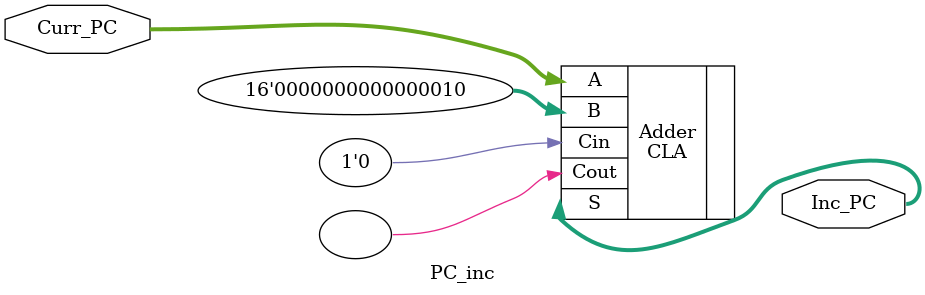
<source format=v>
/********************************************************************************************************
/		MODULE: PC_inc
/		PURPOSE: Increment the PC by 2
/
/
/		INPUTS: Curr_PC - Current Program Counter
/
/		OUTPUTS: Inc_PC - Program Counter + 2
********************************************************************************************************/
module PC_inc (Curr_PC, Inc_PC);

	input [15:0] Curr_PC;

	output [15:0] Inc_PC;

	CLA Adder(.A(Curr_PC), .B(16'h0002), .Cin(1'b0), .S(Inc_PC), .Cout());

endmodule
</source>
